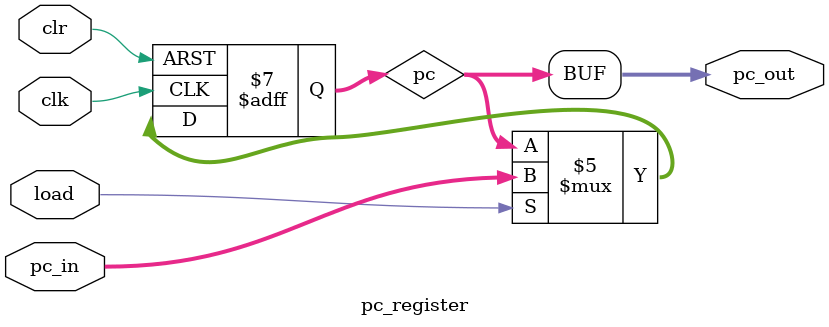
<source format=sv>
module pc_register
#(
    parameter N=32
)
(
    input  logic        clk,
    input  logic        clr,
    input  logic        load,
    input  logic[N-1:0] pc_in,
    output logic[N-1:0] pc_out
);
    logic[N-1:0] pc;

    always_ff @(posedge clk, negedge clr) begin
        if (clr == 0) begin
            pc <= 'b0;
        end else if (load == 1'b1) begin
            pc <= pc_in;
        end else begin
            pc <= pc;
        end
    end

    assign pc_out = pc;
endmodule : pc_register

</source>
